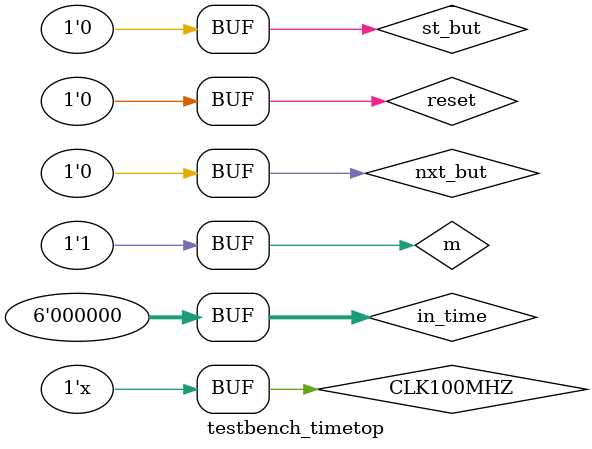
<source format=v>
`timescale 1ns / 1ps


module testbench_timetop(
    );
    
reg reset;
reg st_but;
reg nxt_but;
reg[5:0] in_time;
reg CLK100MHZ;
reg m;
wire[6:0] segment;
wire[7:0] ss_digit;
wire PM;
wire LED;
wire [2:0] state_LED;

design_time_and_set d0(.reset(reset),.st_but(st_but),.nxt_but(nxt_but),.in_time(in_time),.CLK100MHZ(CLK100MHZ),.m(m),.segment(segment),.ss_digit(ss_digit),.PM(PM),.LED(LED),.state_LED(state_LED));

initial begin
reset = 0; st_but=0;nxt_but=0;in_time=0; CLK100MHZ=0; m=0;
#20 st_but = 1;
#20 st_but = 0;
#20 in_time = 5'b10111;
#20 st_but = 1;in_time=0;
#20 st_but = 0;
#20 st_but = 1;
#20 st_but = 0;
#10 m =1; 
#20 st_but = 1;
#20 st_but = 0;
end

always #10 CLK100MHZ = ~CLK100MHZ;
endmodule
</source>
